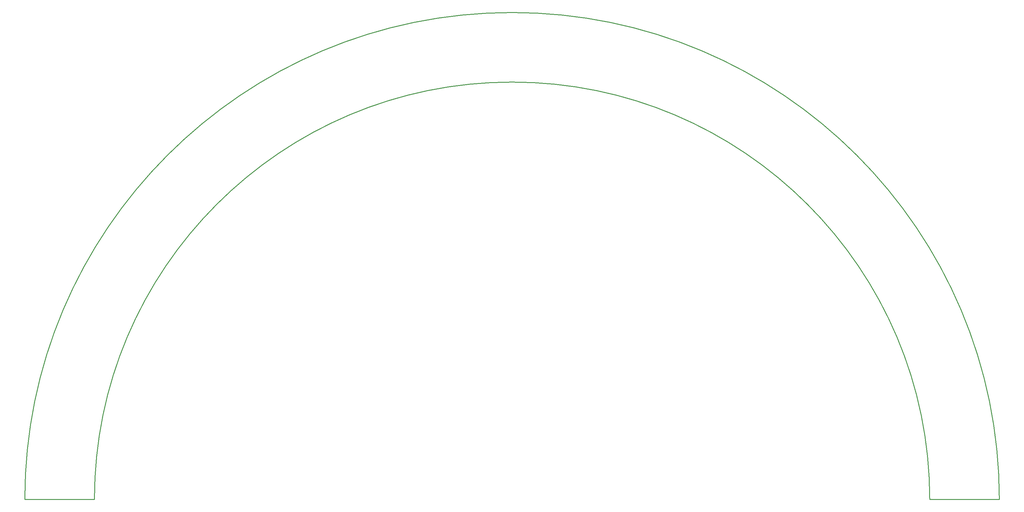
<source format=gm1>
G04*
G04 #@! TF.GenerationSoftware,Altium Limited,Altium Designer,20.1.14 (287)*
G04*
G04 Layer_Color=16711935*
%FSLAX25Y25*%
%MOIN*%
G70*
G04*
G04 #@! TF.SameCoordinates,07329562-CAC5-4820-BFAE-55A5BC9BA929*
G04*
G04*
G04 #@! TF.FilePolarity,Positive*
G04*
G01*
G75*
%ADD11C,0.01000*%
D11*
X576181Y0D02*
G03*
X-526181Y0I-551181J0D01*
G01*
X497441D02*
G03*
X-447441Y0I-472441J0D01*
G01*
X-526181D02*
X-447441D01*
X497441D02*
X576181D01*
M02*

</source>
